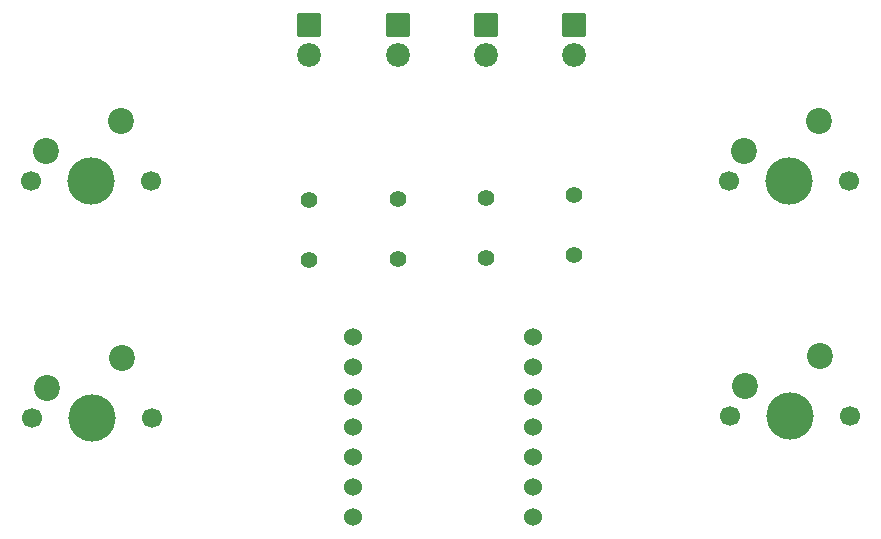
<source format=gbr>
%TF.GenerationSoftware,KiCad,Pcbnew,9.0.2*%
%TF.CreationDate,2025-07-29T19:40:39-04:00*%
%TF.ProjectId,LaunchPad_V2,4c61756e-6368-4506-9164-5f56322e6b69,rev?*%
%TF.SameCoordinates,Original*%
%TF.FileFunction,Soldermask,Bot*%
%TF.FilePolarity,Negative*%
%FSLAX46Y46*%
G04 Gerber Fmt 4.6, Leading zero omitted, Abs format (unit mm)*
G04 Created by KiCad (PCBNEW 9.0.2) date 2025-07-29 19:40:39*
%MOMM*%
%LPD*%
G01*
G04 APERTURE LIST*
G04 Aperture macros list*
%AMRoundRect*
0 Rectangle with rounded corners*
0 $1 Rounding radius*
0 $2 $3 $4 $5 $6 $7 $8 $9 X,Y pos of 4 corners*
0 Add a 4 corners polygon primitive as box body*
4,1,4,$2,$3,$4,$5,$6,$7,$8,$9,$2,$3,0*
0 Add four circle primitives for the rounded corners*
1,1,$1+$1,$2,$3*
1,1,$1+$1,$4,$5*
1,1,$1+$1,$6,$7*
1,1,$1+$1,$8,$9*
0 Add four rect primitives between the rounded corners*
20,1,$1+$1,$2,$3,$4,$5,0*
20,1,$1+$1,$4,$5,$6,$7,0*
20,1,$1+$1,$6,$7,$8,$9,0*
20,1,$1+$1,$8,$9,$2,$3,0*%
G04 Aperture macros list end*
%ADD10C,1.400000*%
%ADD11C,1.524000*%
%ADD12C,2.019000*%
%ADD13RoundRect,0.102000X-0.907500X0.907500X-0.907500X-0.907500X0.907500X-0.907500X0.907500X0.907500X0*%
%ADD14C,1.700000*%
%ADD15C,4.000000*%
%ADD16C,2.200000*%
G04 APERTURE END LIST*
D10*
%TO.C,R3*%
X203795106Y-41000000D03*
X203795106Y-46080000D03*
%TD*%
D11*
%TO.C,U1*%
X192540000Y-67990000D03*
X192540000Y-65450000D03*
X192540000Y-62910000D03*
X192540000Y-60370000D03*
X192540000Y-57830000D03*
X192540000Y-55290000D03*
X192540000Y-52750000D03*
X207780000Y-52750000D03*
X207780000Y-55290000D03*
X207780000Y-57830000D03*
X207780000Y-60370000D03*
X207780000Y-62910000D03*
X207780000Y-65450000D03*
X207780000Y-67990000D03*
%TD*%
D12*
%TO.C,D5*%
X188864894Y-28860000D03*
D13*
X188864894Y-26320000D03*
%TD*%
D14*
%TO.C,SW4*%
X224500000Y-59390000D03*
D15*
X229580000Y-59390000D03*
D14*
X234660000Y-59390000D03*
D16*
X232120000Y-54310000D03*
X225770000Y-56850000D03*
%TD*%
D14*
%TO.C,SW1*%
X165300000Y-39560000D03*
D15*
X170380000Y-39560000D03*
D14*
X175460000Y-39560000D03*
D16*
X172920000Y-34480000D03*
X166570000Y-37020000D03*
%TD*%
D12*
%TO.C,D2*%
X203795106Y-28860000D03*
D13*
X203795106Y-26320000D03*
%TD*%
D10*
%TO.C,R2*%
X211260212Y-45770000D03*
X211260212Y-40690000D03*
%TD*%
D12*
%TO.C,D1*%
X211260212Y-28860000D03*
D13*
X211260212Y-26320000D03*
%TD*%
D14*
%TO.C,SW3*%
X224400000Y-39510000D03*
D15*
X229480000Y-39510000D03*
D14*
X234560000Y-39510000D03*
D16*
X232020000Y-34430000D03*
X225670000Y-36970000D03*
%TD*%
D12*
%TO.C,D3*%
X196330000Y-28860000D03*
D13*
X196330000Y-26320000D03*
%TD*%
D10*
%TO.C,R4*%
X196330000Y-46120000D03*
X196330000Y-41040000D03*
%TD*%
%TO.C,R1*%
X188864894Y-46180000D03*
X188864894Y-41100000D03*
%TD*%
D14*
%TO.C,SW2*%
X165350000Y-59590000D03*
D15*
X170430000Y-59590000D03*
D14*
X175510000Y-59590000D03*
D16*
X172970000Y-54510000D03*
X166620000Y-57050000D03*
%TD*%
M02*

</source>
